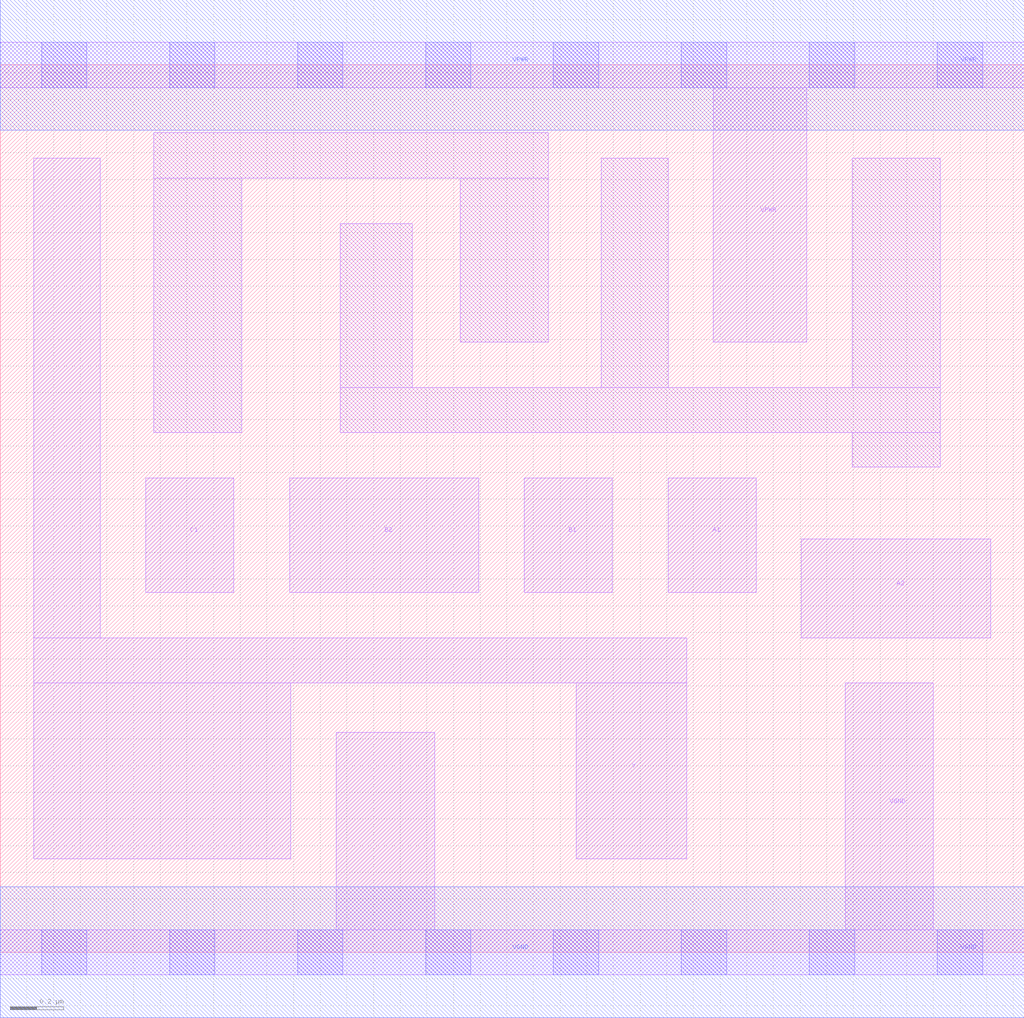
<source format=lef>
# Copyright 2020 The SkyWater PDK Authors
#
# Licensed under the Apache License, Version 2.0 (the "License");
# you may not use this file except in compliance with the License.
# You may obtain a copy of the License at
#
#     https://www.apache.org/licenses/LICENSE-2.0
#
# Unless required by applicable law or agreed to in writing, software
# distributed under the License is distributed on an "AS IS" BASIS,
# WITHOUT WARRANTIES OR CONDITIONS OF ANY KIND, either express or implied.
# See the License for the specific language governing permissions and
# limitations under the License.
#
# SPDX-License-Identifier: Apache-2.0

VERSION 5.7 ;
  NAMESCASESENSITIVE ON ;
  NOWIREEXTENSIONATPIN ON ;
  DIVIDERCHAR "/" ;
  BUSBITCHARS "[]" ;
UNITS
  DATABASE MICRONS 200 ;
END UNITS
MACRO sky130_fd_sc_ls__a221oi_1
  CLASS CORE ;
  SOURCE USER ;
  FOREIGN sky130_fd_sc_ls__a221oi_1 ;
  ORIGIN  0.000000  0.000000 ;
  SIZE  3.840000 BY  3.330000 ;
  SYMMETRY X Y ;
  SITE unit ;
  PIN A1
    ANTENNAGATEAREA  0.279000 ;
    DIRECTION INPUT ;
    USE SIGNAL ;
    PORT
      LAYER li1 ;
        RECT 2.505000 1.350000 2.835000 1.780000 ;
    END
  END A1
  PIN A2
    ANTENNAGATEAREA  0.279000 ;
    DIRECTION INPUT ;
    USE SIGNAL ;
    PORT
      LAYER li1 ;
        RECT 3.005000 1.180000 3.715000 1.550000 ;
    END
  END A2
  PIN B1
    ANTENNAGATEAREA  0.279000 ;
    DIRECTION INPUT ;
    USE SIGNAL ;
    PORT
      LAYER li1 ;
        RECT 1.965000 1.350000 2.295000 1.780000 ;
    END
  END B1
  PIN B2
    ANTENNAGATEAREA  0.279000 ;
    DIRECTION INPUT ;
    USE SIGNAL ;
    PORT
      LAYER li1 ;
        RECT 1.085000 1.350000 1.795000 1.780000 ;
    END
  END B2
  PIN C1
    ANTENNAGATEAREA  0.279000 ;
    DIRECTION INPUT ;
    USE SIGNAL ;
    PORT
      LAYER li1 ;
        RECT 0.545000 1.350000 0.875000 1.780000 ;
    END
  END C1
  PIN Y
    ANTENNADIFFAREA  1.177500 ;
    DIRECTION OUTPUT ;
    USE SIGNAL ;
    PORT
      LAYER li1 ;
        RECT 0.125000 0.350000 1.090000 1.010000 ;
        RECT 0.125000 1.010000 2.575000 1.180000 ;
        RECT 0.125000 1.180000 0.375000 2.980000 ;
        RECT 2.160000 0.350000 2.575000 1.010000 ;
    END
  END Y
  PIN VGND
    DIRECTION INOUT ;
    SHAPE ABUTMENT ;
    USE GROUND ;
    PORT
      LAYER li1 ;
        RECT 0.000000 -0.085000 3.840000 0.085000 ;
        RECT 1.260000  0.085000 1.630000 0.825000 ;
        RECT 3.170000  0.085000 3.500000 1.010000 ;
      LAYER mcon ;
        RECT 0.155000 -0.085000 0.325000 0.085000 ;
        RECT 0.635000 -0.085000 0.805000 0.085000 ;
        RECT 1.115000 -0.085000 1.285000 0.085000 ;
        RECT 1.595000 -0.085000 1.765000 0.085000 ;
        RECT 2.075000 -0.085000 2.245000 0.085000 ;
        RECT 2.555000 -0.085000 2.725000 0.085000 ;
        RECT 3.035000 -0.085000 3.205000 0.085000 ;
        RECT 3.515000 -0.085000 3.685000 0.085000 ;
      LAYER met1 ;
        RECT 0.000000 -0.245000 3.840000 0.245000 ;
    END
  END VGND
  PIN VPWR
    DIRECTION INOUT ;
    SHAPE ABUTMENT ;
    USE POWER ;
    PORT
      LAYER li1 ;
        RECT 0.000000 3.245000 3.840000 3.415000 ;
        RECT 2.675000 2.290000 3.025000 3.245000 ;
      LAYER mcon ;
        RECT 0.155000 3.245000 0.325000 3.415000 ;
        RECT 0.635000 3.245000 0.805000 3.415000 ;
        RECT 1.115000 3.245000 1.285000 3.415000 ;
        RECT 1.595000 3.245000 1.765000 3.415000 ;
        RECT 2.075000 3.245000 2.245000 3.415000 ;
        RECT 2.555000 3.245000 2.725000 3.415000 ;
        RECT 3.035000 3.245000 3.205000 3.415000 ;
        RECT 3.515000 3.245000 3.685000 3.415000 ;
      LAYER met1 ;
        RECT 0.000000 3.085000 3.840000 3.575000 ;
    END
  END VPWR
  OBS
    LAYER li1 ;
      RECT 0.575000 1.950000 0.905000 2.905000 ;
      RECT 0.575000 2.905000 2.055000 3.075000 ;
      RECT 1.275000 1.950000 3.525000 2.120000 ;
      RECT 1.275000 2.120000 1.545000 2.735000 ;
      RECT 1.725000 2.290000 2.055000 2.905000 ;
      RECT 2.255000 2.120000 2.505000 2.980000 ;
      RECT 3.195000 1.820000 3.525000 1.950000 ;
      RECT 3.195000 2.120000 3.525000 2.980000 ;
  END
END sky130_fd_sc_ls__a221oi_1

</source>
